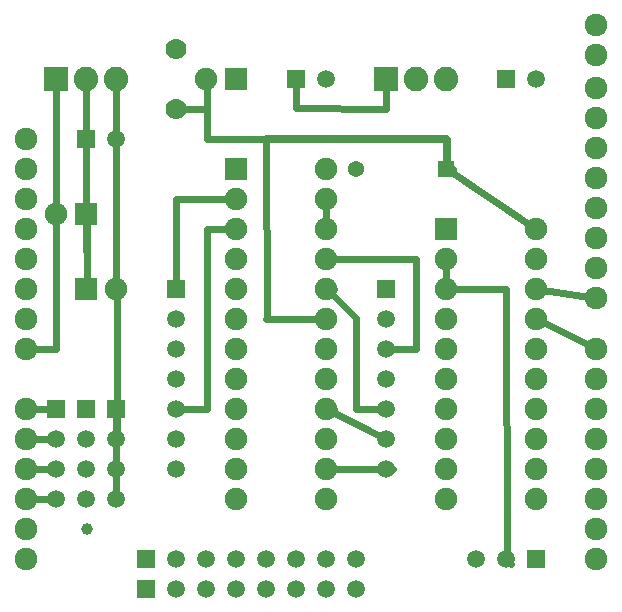
<source format=gtl>
G04 MADE WITH FRITZING*
G04 WWW.FRITZING.ORG*
G04 DOUBLE SIDED*
G04 HOLES PLATED*
G04 CONTOUR ON CENTER OF CONTOUR VECTOR*
%ASAXBY*%
%FSLAX23Y23*%
%MOIN*%
%OFA0B0*%
%SFA1.0B1.0*%
%ADD10C,0.075833*%
%ADD11C,0.075000*%
%ADD12C,0.059000*%
%ADD13C,0.054000*%
%ADD14C,0.070000*%
%ADD15C,0.082000*%
%ADD16C,0.039370*%
%ADD17R,0.075000X0.075000*%
%ADD18R,0.059000X0.059000*%
%ADD19R,0.054000X0.054000*%
%ADD20R,0.082000X0.082000*%
%ADD21C,0.024000*%
%LNCOPPER1*%
G90*
G70*
G54D10*
X2002Y1964D03*
X2002Y1864D03*
X2002Y1757D03*
X2002Y1657D03*
X2002Y1557D03*
X2002Y1457D03*
X2002Y1357D03*
X2002Y1257D03*
X2002Y1157D03*
X2002Y1057D03*
X2002Y887D03*
X2002Y787D03*
X2002Y687D03*
X2002Y587D03*
X2002Y487D03*
X2002Y387D03*
X2002Y287D03*
X2002Y187D03*
X102Y1587D03*
X102Y1487D03*
X102Y1387D03*
X102Y1287D03*
X102Y1187D03*
X102Y1087D03*
X102Y987D03*
X102Y887D03*
X102Y687D03*
X102Y587D03*
X102Y487D03*
X102Y387D03*
X102Y287D03*
X102Y187D03*
G54D11*
X1502Y1287D03*
X1802Y1287D03*
X1502Y1187D03*
X1802Y1187D03*
X1502Y1087D03*
X1802Y1087D03*
X1502Y987D03*
X1802Y987D03*
X1502Y887D03*
X1802Y887D03*
X1502Y787D03*
X1802Y787D03*
X1502Y687D03*
X1802Y687D03*
X1502Y587D03*
X1802Y587D03*
X1502Y487D03*
X1802Y487D03*
X1502Y387D03*
X1802Y387D03*
G54D12*
X1802Y187D03*
X1702Y187D03*
X1602Y187D03*
X502Y87D03*
X602Y87D03*
X702Y87D03*
X802Y87D03*
X902Y87D03*
X1002Y87D03*
X1102Y87D03*
X1202Y87D03*
X502Y187D03*
X602Y187D03*
X702Y187D03*
X802Y187D03*
X902Y187D03*
X1002Y187D03*
X1102Y187D03*
X1202Y187D03*
G54D11*
X802Y1487D03*
X1102Y1487D03*
X802Y1387D03*
X1102Y1387D03*
X802Y1287D03*
X1102Y1287D03*
X802Y1187D03*
X1102Y1187D03*
X802Y1087D03*
X1102Y1087D03*
X802Y987D03*
X1102Y987D03*
X802Y887D03*
X1102Y887D03*
X802Y787D03*
X1102Y787D03*
X802Y687D03*
X1102Y687D03*
X802Y587D03*
X1102Y587D03*
X802Y487D03*
X1102Y487D03*
X802Y387D03*
X1102Y387D03*
G54D12*
X1302Y1087D03*
X1302Y987D03*
X1302Y887D03*
X1302Y787D03*
X1302Y687D03*
X1302Y587D03*
X1302Y487D03*
X602Y1087D03*
X602Y987D03*
X602Y887D03*
X602Y787D03*
X602Y687D03*
X602Y587D03*
X602Y487D03*
G54D13*
X1502Y1487D03*
X1202Y1487D03*
G54D14*
X602Y1887D03*
X602Y1687D03*
G54D11*
X302Y1087D03*
X402Y1087D03*
X302Y1337D03*
X202Y1337D03*
X802Y1787D03*
X702Y1787D03*
G54D12*
X302Y1587D03*
X402Y1587D03*
X1002Y1787D03*
X1102Y1787D03*
X1702Y1787D03*
X1802Y1787D03*
G54D15*
X1302Y1787D03*
X1402Y1787D03*
X1502Y1787D03*
X202Y1787D03*
X302Y1787D03*
X402Y1787D03*
G54D12*
X402Y687D03*
X402Y587D03*
X402Y487D03*
X402Y387D03*
X302Y687D03*
X302Y587D03*
X302Y487D03*
X302Y387D03*
X202Y687D03*
X202Y587D03*
X202Y487D03*
X202Y387D03*
G54D16*
X303Y287D03*
X303Y1087D03*
G54D17*
X1502Y1287D03*
G54D18*
X1802Y187D03*
X502Y87D03*
X502Y187D03*
G54D17*
X802Y1487D03*
G54D18*
X1302Y1087D03*
X602Y1087D03*
G54D19*
X1502Y1487D03*
G54D17*
X302Y1087D03*
X302Y1337D03*
X802Y1787D03*
G54D18*
X302Y1587D03*
X1002Y1787D03*
X1702Y1787D03*
G54D20*
X1302Y1787D03*
X202Y1787D03*
G54D18*
X402Y687D03*
X302Y687D03*
X202Y687D03*
G54D21*
X1127Y687D02*
X1103Y687D01*
D02*
X1103Y687D02*
X1281Y597D01*
D02*
X1127Y487D02*
X1103Y487D01*
D02*
X1103Y487D02*
X1303Y487D01*
D02*
X1303Y487D02*
X1325Y487D01*
D02*
X777Y1387D02*
X602Y1385D01*
D02*
X602Y1385D02*
X602Y1110D01*
D02*
X1402Y887D02*
X1303Y887D01*
D02*
X1402Y1185D02*
X1402Y887D01*
D02*
X1303Y887D02*
X1325Y887D01*
D02*
X1127Y1187D02*
X1402Y1185D01*
D02*
X1127Y1087D02*
X1103Y1087D01*
D02*
X1103Y1087D02*
X1202Y988D01*
D02*
X1202Y988D02*
X1202Y687D01*
D02*
X1202Y687D02*
X1279Y687D01*
D02*
X777Y1287D02*
X703Y1287D01*
D02*
X703Y1287D02*
X703Y687D01*
D02*
X703Y687D02*
X625Y687D01*
D02*
X719Y1769D02*
X703Y1785D01*
D02*
X703Y1785D02*
X703Y1687D01*
D02*
X703Y1687D02*
X625Y1687D01*
D02*
X1502Y1508D02*
X1503Y1585D01*
D02*
X1503Y1585D02*
X703Y1585D01*
D02*
X703Y1585D02*
X703Y1687D01*
D02*
X703Y1687D02*
X625Y1687D01*
D02*
X303Y287D02*
X303Y287D01*
D02*
X1302Y1686D02*
X1001Y1688D01*
D02*
X1001Y1688D02*
X1001Y1764D01*
D02*
X1302Y1760D02*
X1302Y1686D01*
D02*
X1077Y987D02*
X901Y987D01*
D02*
X901Y987D02*
X903Y985D01*
D02*
X903Y985D02*
X900Y1588D01*
D02*
X900Y1588D02*
X1500Y1588D01*
D02*
X1500Y1588D02*
X1503Y1487D01*
D02*
X1503Y1487D02*
X1523Y1487D01*
D02*
X1503Y1585D02*
X1502Y1487D01*
D02*
X1503Y1487D02*
X1503Y1585D01*
D02*
X1801Y1287D02*
X1503Y1487D01*
D02*
X1777Y1287D02*
X1801Y1287D01*
D02*
X1703Y185D02*
X1702Y1087D01*
D02*
X1718Y170D02*
X1703Y185D01*
D02*
X1702Y1087D02*
X1527Y1087D01*
D02*
X1502Y1187D02*
X1502Y1087D01*
D02*
X1480Y1175D02*
X1502Y1187D01*
D02*
X179Y487D02*
X127Y487D01*
D02*
X179Y587D02*
X127Y587D01*
D02*
X179Y687D02*
X127Y687D01*
D02*
X179Y387D02*
X127Y387D01*
D02*
X1826Y1083D02*
X1977Y1060D01*
D02*
X1824Y976D02*
X1979Y898D01*
D02*
X402Y510D02*
X403Y688D01*
D02*
X403Y688D02*
X402Y1487D01*
D02*
X402Y1487D02*
X402Y1760D01*
D02*
X302Y1760D02*
X302Y1610D01*
D02*
X402Y1610D02*
X402Y1760D01*
D02*
X402Y464D02*
X402Y410D01*
D02*
X402Y564D02*
X402Y510D01*
D02*
X402Y664D02*
X402Y610D01*
D02*
X1102Y1362D02*
X1102Y1312D01*
D02*
X202Y1337D02*
X202Y887D01*
D02*
X202Y1787D02*
X202Y1337D01*
D02*
X202Y887D02*
X127Y887D01*
D02*
X303Y1106D02*
X302Y1312D01*
D02*
X302Y1564D02*
X303Y1106D01*
G04 End of Copper1*
M02*
</source>
